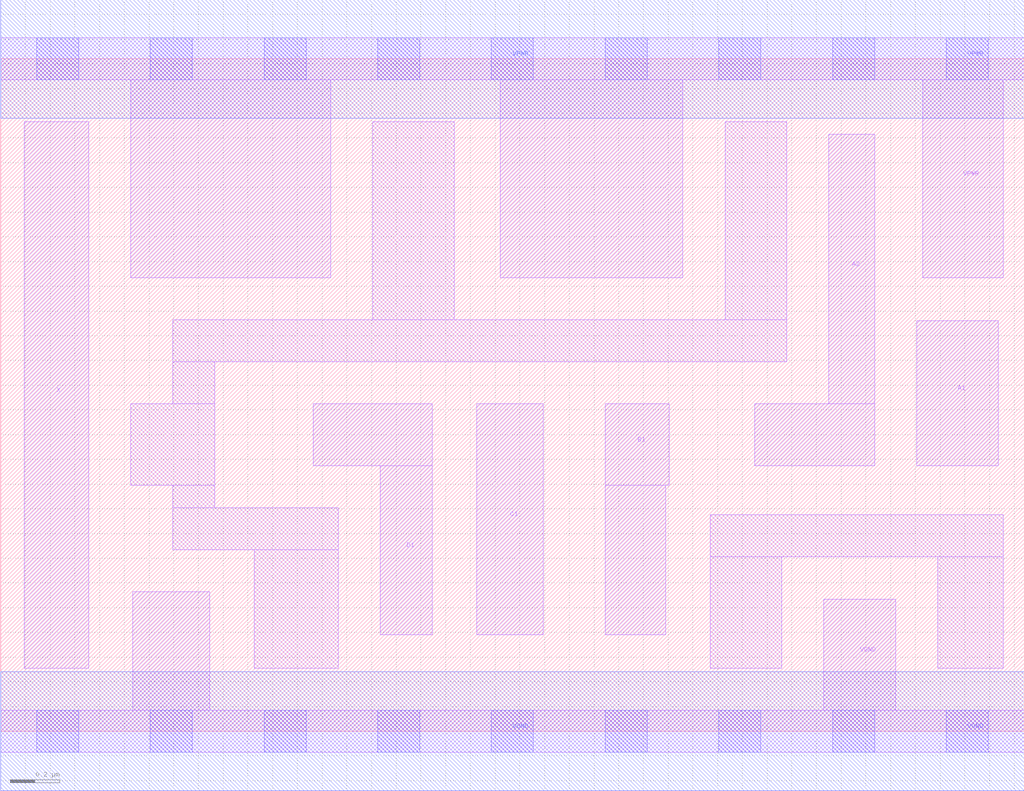
<source format=lef>
# Copyright 2020 The SkyWater PDK Authors
#
# Licensed under the Apache License, Version 2.0 (the "License");
# you may not use this file except in compliance with the License.
# You may obtain a copy of the License at
#
#     https://www.apache.org/licenses/LICENSE-2.0
#
# Unless required by applicable law or agreed to in writing, software
# distributed under the License is distributed on an "AS IS" BASIS,
# WITHOUT WARRANTIES OR CONDITIONS OF ANY KIND, either express or implied.
# See the License for the specific language governing permissions and
# limitations under the License.
#
# SPDX-License-Identifier: Apache-2.0

VERSION 5.7 ;
  NAMESCASESENSITIVE ON ;
  NOWIREEXTENSIONATPIN ON ;
  DIVIDERCHAR "/" ;
  BUSBITCHARS "[]" ;
UNITS
  DATABASE MICRONS 200 ;
END UNITS
MACRO sky130_fd_sc_hd__o2111a_1
  CLASS CORE ;
  SOURCE USER ;
  FOREIGN sky130_fd_sc_hd__o2111a_1 ;
  ORIGIN  0.000000  0.000000 ;
  SIZE  4.140000 BY  2.720000 ;
  SYMMETRY X Y R90 ;
  SITE unithd ;
  PIN A1
    ANTENNAGATEAREA  0.247500 ;
    DIRECTION INPUT ;
    USE SIGNAL ;
    PORT
      LAYER li1 ;
        RECT 3.705000 1.075000 4.035000 1.660000 ;
    END
  END A1
  PIN A2
    ANTENNAGATEAREA  0.247500 ;
    DIRECTION INPUT ;
    USE SIGNAL ;
    PORT
      LAYER li1 ;
        RECT 3.050000 1.075000 3.535000 1.325000 ;
        RECT 3.350000 1.325000 3.535000 2.415000 ;
    END
  END A2
  PIN B1
    ANTENNAGATEAREA  0.247500 ;
    DIRECTION INPUT ;
    USE SIGNAL ;
    PORT
      LAYER li1 ;
        RECT 2.445000 0.390000 2.690000 0.995000 ;
        RECT 2.445000 0.995000 2.705000 1.325000 ;
    END
  END B1
  PIN C1
    ANTENNAGATEAREA  0.247500 ;
    DIRECTION INPUT ;
    USE SIGNAL ;
    PORT
      LAYER li1 ;
        RECT 1.925000 0.390000 2.195000 1.325000 ;
    END
  END C1
  PIN D1
    ANTENNAGATEAREA  0.247500 ;
    DIRECTION INPUT ;
    USE SIGNAL ;
    PORT
      LAYER li1 ;
        RECT 1.265000 1.075000 1.745000 1.325000 ;
        RECT 1.535000 0.390000 1.745000 1.075000 ;
    END
  END D1
  PIN X
    ANTENNADIFFAREA  0.429000 ;
    DIRECTION OUTPUT ;
    USE SIGNAL ;
    PORT
      LAYER li1 ;
        RECT 0.095000 0.255000 0.355000 2.465000 ;
    END
  END X
  PIN VGND
    DIRECTION INOUT ;
    SHAPE ABUTMENT ;
    USE GROUND ;
    PORT
      LAYER li1 ;
        RECT 0.000000 -0.085000 4.140000 0.085000 ;
        RECT 0.535000  0.085000 0.845000 0.565000 ;
        RECT 3.330000  0.085000 3.620000 0.535000 ;
      LAYER mcon ;
        RECT 0.145000 -0.085000 0.315000 0.085000 ;
        RECT 0.605000 -0.085000 0.775000 0.085000 ;
        RECT 1.065000 -0.085000 1.235000 0.085000 ;
        RECT 1.525000 -0.085000 1.695000 0.085000 ;
        RECT 1.985000 -0.085000 2.155000 0.085000 ;
        RECT 2.445000 -0.085000 2.615000 0.085000 ;
        RECT 2.905000 -0.085000 3.075000 0.085000 ;
        RECT 3.365000 -0.085000 3.535000 0.085000 ;
        RECT 3.825000 -0.085000 3.995000 0.085000 ;
      LAYER met1 ;
        RECT 0.000000 -0.240000 4.140000 0.240000 ;
    END
  END VGND
  PIN VPWR
    DIRECTION INOUT ;
    SHAPE ABUTMENT ;
    USE POWER ;
    PORT
      LAYER li1 ;
        RECT 0.000000 2.635000 4.140000 2.805000 ;
        RECT 0.525000 1.835000 1.335000 2.635000 ;
        RECT 2.020000 1.835000 2.760000 2.635000 ;
        RECT 3.730000 1.835000 4.055000 2.635000 ;
      LAYER mcon ;
        RECT 0.145000 2.635000 0.315000 2.805000 ;
        RECT 0.605000 2.635000 0.775000 2.805000 ;
        RECT 1.065000 2.635000 1.235000 2.805000 ;
        RECT 1.525000 2.635000 1.695000 2.805000 ;
        RECT 1.985000 2.635000 2.155000 2.805000 ;
        RECT 2.445000 2.635000 2.615000 2.805000 ;
        RECT 2.905000 2.635000 3.075000 2.805000 ;
        RECT 3.365000 2.635000 3.535000 2.805000 ;
        RECT 3.825000 2.635000 3.995000 2.805000 ;
      LAYER met1 ;
        RECT 0.000000 2.480000 4.140000 2.960000 ;
    END
  END VPWR
  OBS
    LAYER li1 ;
      RECT 0.525000 0.995000 0.865000 1.325000 ;
      RECT 0.695000 0.735000 1.365000 0.905000 ;
      RECT 0.695000 0.905000 0.865000 0.995000 ;
      RECT 0.695000 1.325000 0.865000 1.495000 ;
      RECT 0.695000 1.495000 3.180000 1.665000 ;
      RECT 1.025000 0.255000 1.365000 0.735000 ;
      RECT 1.505000 1.665000 1.835000 2.465000 ;
      RECT 2.870000 0.255000 3.160000 0.705000 ;
      RECT 2.870000 0.705000 4.055000 0.875000 ;
      RECT 2.930000 1.665000 3.180000 2.465000 ;
      RECT 3.790000 0.255000 4.055000 0.705000 ;
  END
END sky130_fd_sc_hd__o2111a_1
END LIBRARY

</source>
